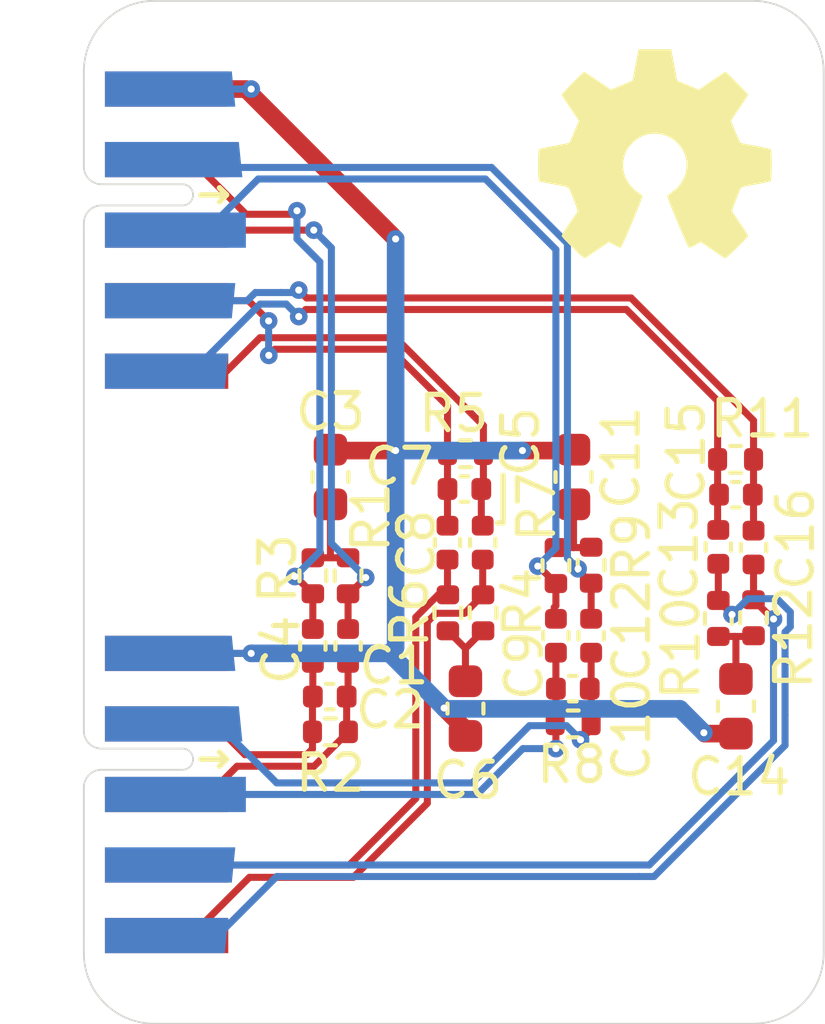
<source format=kicad_pcb>
(kicad_pcb (version 20211014) (generator pcbnew)
  (layers (0 "F.Cu" signal) (31 "B.Cu" signal) (34 "B.Paste" user) (35 "F.Paste" user) (36 "B.SilkS" user "B.Silkscreen") (37 "F.SilkS" user "F.Silkscreen") (38 "B.Mask" user) (39 "F.Mask" user) (44 "Edge.Cuts" user))
  (net 0 "")
  (net 1 "/implementation/TXN0")
  (net 2 "/implementation/RXN0")
  (net 3 "/implementation/TXP0")
  (net 4 "Net-(C3-Pad1)")
  (net 5 "/implementation/RXP0")
  (net 6 "/implementation/RXN1")
  (net 7 "/implementation/TXN1")
  (net 8 "Net-(C6-Pad1)")
  (net 9 "/implementation/TXP1")
  (net 10 "/implementation/RXP1")
  (net 11 "/implementation/TXN2")
  (net 12 "/implementation/RXN2")
  (net 13 "/implementation/TXP2")
  (net 14 "Net-(C11-Pad1)")
  (net 15 "/implementation/RXP2")
  (net 16 "/implementation/RXN3")
  (net 17 "/implementation/TXN3")
  (net 18 "Net-(C14-Pad1)")
  (net 19 "/implementation/TXP3")
  (net 20 "/implementation/RXP3")
  (net 21 "/implementation/GND")
  (footprint "Capacitor_SMD:C_0603_1608Metric" (layer "F.Cu") (at 158.51 110 -90)
    (fp_text reference "C14" (at 2 -0.09 180) (layer "F.SilkS"))
    (fp_text value "100nF")
    (fp_line (start -0.14058 -0.51) (end 0.14058 -0.51) (layer "F.SilkS") (width 0.12))
    (fp_line (start -0.14058 0.51) (end 0.14058 0.51) (layer "F.SilkS") (width 0.12))
    (pad "1" smd roundrect (at -0.775 0 270) (size 0.9 0.95) (layers "F.Cu" "F.Paste" "F.Mask") (net 18 "Net-(C14-Pad1)"))
    (pad "2" smd roundrect (at 0.775 0 270) (size 0.9 0.95) (layers "F.Cu" "F.Paste" "F.Mask") (net 21 "/implementation/GND"))
  )
  (footprint "Capacitor_SMD:C_0402_1005Metric" (layer "F.Cu") (at 151.322282 105.36 90)
    (fp_text reference "C5" (at 2.86 1.077718 90) (layer "F.SilkS"))
    (fp_text value "56nF")
    (fp_line (start -0.107836 0.36) (end 0.107836 0.36) (layer "F.SilkS") (width 0.12))
    (fp_line (start -0.107836 -0.36) (end 0.107836 -0.36) (layer "F.SilkS") (width 0.12))
    (pad "1" smd roundrect (at -0.48 0 90) (size 0.56 0.62) (layers "F.Cu" "F.Paste" "F.Mask") (net 6 "/implementation/RXN1"))
    (pad "2" smd roundrect (at 0.48 0 90) (size 0.56 0.62) (layers "F.Cu" "F.Paste" "F.Mask") (net 7 "/implementation/TXN1"))
  )
  (footprint "Resistor_SMD:R_0402_1005Metric" (layer "F.Cu") (at 150.832282 102.84 180)
    (fp_text reference "R5" (at 0.332282 1.14) (layer "F.SilkS"))
    (fp_text value "100R")
    (fp_line (start -0.153641 -0.38) (end 0.153641 -0.38) (layer "F.SilkS") (width 0.12))
    (fp_line (start -0.153641 0.38) (end 0.153641 0.38) (layer "F.SilkS") (width 0.12))
    (pad "1" smd roundrect (at -0.51 0 180) (size 0.54 0.64) (layers "F.Cu" "F.Paste" "F.Mask") (net 7 "/implementation/TXN1"))
    (pad "2" smd roundrect (at 0.51 0 180) (size 0.54 0.64) (layers "F.Cu" "F.Paste" "F.Mask") (net 9 "/implementation/TXP1"))
  )
  (footprint "Resistor_SMD:R_0402_1005Metric" (layer "F.Cu") (at 153.4 106.01 90)
    (fp_text reference "R7" (at 1.66 -0.55 90) (layer "F.SilkS"))
    (fp_text value "49.9R")
    (fp_line (start -0.153641 0.38) (end 0.153641 0.38) (layer "F.SilkS") (width 0.12))
    (fp_line (start -0.153641 -0.38) (end 0.153641 -0.38) (layer "F.SilkS") (width 0.12))
    (pad "1" smd roundrect (at -0.51 0 90) (size 0.54 0.64) (layers "F.Cu" "F.Paste" "F.Mask") (net 12 "/implementation/RXN2"))
    (pad "2" smd roundrect (at 0.51 0 90) (size 0.54 0.64) (layers "F.Cu" "F.Paste" "F.Mask") (net 14 "Net-(C11-Pad1)"))
  )
  (footprint "Symbol:OSHW-Symbol_6.7x6mm_SilkScreen" (layer "F.Cu") (at 156.2 94.35)
    (fp_text reference "LOGO1" hide)
    (fp_text value "Logo_Open_Hardware_Small" hide)
    (fp_poly (pts (xy 0.555814 -2.531069) (xy 0.639635 -2.086445) (xy 0.94892 -1.958947) (xy 1.258206 -1.831449) (xy 1.629246 -2.083754) (xy 1.733157 -2.154004) (xy 1.827087 -2.216728) (xy 1.906652 -2.269062) (xy 1.96747 -2.308143) (xy 2.005157 -2.331107) (xy 2.015421 -2.336058) (xy 2.03391 -2.323324) (xy 2.07342 -2.288118) (xy 2.129522 -2.234938) (xy 2.197787 -2.168282) (xy 2.273786 -2.092646) (xy 2.353092 -2.012528) (xy 2.431275 -1.932426) (xy 2.503907 -1.856836) (xy 2.566559 -1.790255) (xy 2.614803 -1.737182) (xy 2.64421 -1.702113) (xy 2.651241 -1.690377) (xy 2.641123 -1.66874) (xy 2.612759 -1.621338) (xy 2.569129 -1.552807) (xy 2.513218 -1.467785) (xy 2.448006 -1.370907) (xy 2.410219 -1.31565) (xy 2.341343 -1.214752) (xy 2.28014 -1.123701) (xy 2.229578 -1.04703) (xy 2.192628 -0.989272) (xy 2.172258 -0.954957) (xy 2.169197 -0.947746) (xy 2.176136 -0.927252) (xy 2.195051 -0.879487) (xy 2.223087 -0.811168) (xy 2.257391 -0.729011) (xy 2.295109 -0.63973) (xy 2.333387 -0.550042) (xy 2.36937 -0.466662) (xy 2.400206 -0.396306) (xy 2.423039 -0.34569) (xy 2.435017 -0.321529) (xy 2.435724 -0.320578) (xy 2.454531 -0.315964) (xy 2.504618 -0.305672) (xy 2.580793 -0.290713) (xy 2.677865 -0.272099) (xy 2.790643 -0.250841) (xy 2.856442 -0.238582) (xy 2.97695 -0.215638) (xy 3.085797 -0.193805) (xy 3.177476 -0.174278) (xy 3.246481 -0.158252) (xy 3.287304 -0.146921) (xy 3.295511 -0.143326) (xy 3.303548 -0.118994) (xy 3.310033 -0.064041) (xy 3.31497 0.015108) (xy 3.318364 0.112026) (xy 3.320218 0.220287) (xy 3.320538 0.333465) (xy 3.319327 0.445135) (xy 3.31659 0.548868) (xy 3.312331 0.638241) (xy 3.306555 0.706826) (xy 3.299267 0.748197) (xy 3.294895 0.75681) (xy 3.268764 0.767133) (xy 3.213393 0.781892) (xy 3.136107 0.799352) (xy 3.04423 0.81778) (xy 3.012158 0.823741) (xy 2.857524 0.852066) (xy 2.735375 0.874876) (xy 2.641673 0.89308) (xy 2.572384 0.907583) (xy 2.523471 0.919292) (xy 2.490897 0.929115) (xy 2.470628 0.937956) (xy 2.458626 0.946724) (xy 2.456947 0.948457) (xy 2.440184 0.976371) (xy 2.414614 1.030695) (xy 2.382788 1.104777) (xy 2.34726 1.191965) (xy 2.310583 1.285608) (xy 2.275311 1.379052) (xy 2.243996 1.465647) (xy 2.219193 1.53874) (xy 2.203454 1.591678) (xy 2.199332 1.617811) (xy 2.199676 1.618726) (xy 2.213641 1.640086) (xy 2.245322 1.687084) (xy 2.291391 1.754827) (xy 2.348518 1.838423) (xy 2.413373 1.932982) (xy 2.431843 1.959854) (xy 2.497699 2.057275) (xy 2.55565 2.146163) (xy 2.602538 2.221412) (xy 2.635207 2.27792) (xy 2.6505 2.310581) (xy 2.651241 2.314593) (xy 2.638392 2.335684) (xy 2.602888 2.377464) (xy 2.549293 2.435445) (xy 2.482171 2.505135) (xy 2.406087 2.582045) (xy 2.325604 2.661683) (xy 2.245287 2.739561) (xy 2.169699 2.811186) (xy 2.103405 2.87207) (xy 2.050969 2.917721) (xy 2.016955 2.94365) (xy 2.007545 2.947883) (xy 1.985643 2.937912) (xy 1.9408 2.91102) (xy 1.880321 2.871736) (xy 1.833789 2.840117) (xy 1.749475 2.782098) (xy 1.649626 2.713784) (xy 1.549473 2.645579) (xy 1.495627 2.609075) (xy 1.313371 2.4858) (xy 1.160381 2.56852) (xy 1.090682 2.604759) (xy 1.031414 2.632926) (xy 0.991311 2.648991) (xy 0.981103 2.651226) (xy 0.968829 2.634722) (xy 0.944613 2.588082) (xy 0.910263 2.515609) (xy 0.867588 2.421606) (xy 0.818394 2.310374) (xy 0.76449 2.186215) (xy 0.707684 2.053432) (xy 0.649782 1.916327) (xy 0.592593 1.779202) (xy 0.537924 1.646358) (xy 0.487584 1.522098) (xy 0.44338 1.410725) (xy 0.407119 1.316539) (xy 0.380609 1.243844) (xy 0.365658 1.196941) (xy 0.363254 1.180833) (xy 0.382311 1.160286) (xy 0.424036 1.126933) (xy 0.479706 1.087702) (xy 0.484378 1.084599) (xy 0.628264 0.969423) (xy 0.744283 0.835053) (xy 0.83143 0.685784) (xy 0.888699 0.525913) (xy 0.915086 0.359737) (xy 0.909585 0.191552) (xy 0.87119 0.025655) (xy 0.798895 -0.133658) (xy 0.777626 -0.168513) (xy 0.666996 -0.309263) (xy 0.536302 -0.422286) (xy 0.390064 -0.506997) (xy 0.232808 -0.562806) (xy 0.069057 -0.589126) (xy -0.096667 -0.58537) (xy -0.259838 -0.55095) (xy -0.415935 -0.485277) (xy -0.560433 -0.387765) (xy -0.605131 -0.348187) (xy -0.718888 -0.224297) (xy -0.801782 -0.093876) (xy -0.858644 0.052315) (xy -0.890313 0.197088) (xy -0.898131 0.35986) (xy -0.872062 0.52344) (xy -0.814755 0.682298) (xy -0.728856 0.830906) (xy -0.617014 0.963735) (xy -0.481877 1.075256) (xy -0.464117 1.087011) (xy -0.40785 1.125508) (xy -0.365077 1.158863) (xy -0.344628 1.18016) (xy -0.344331 1.180833) (xy -0.348721 1.203871) (xy -0.366124 1.256157) (xy -0.394732 1.33339) (xy -0.432735 1.431268) (xy -0.478326 1.545491) (xy -0.529697 1.671758) (xy -0.585038 1.805767) (xy -0.642542 1.943218) (xy -0.700399 2.079808) (xy -0.756802 2.211237) (xy -0.809942 2.333205) (xy -0.85801 2.441409) (xy -0.899199 2.531549) (xy -0.931699 2.599323) (xy -0.953703 2.64043) (xy -0.962564 2.651226) (xy -0.98964 2.642819) (xy -1.040303 2.620272) (xy -1.105817 2.587613) (xy -1.141841 2.56852) (xy -1.294832 2.4858) (xy -1.477088 2.609075) (xy -1.570125 2.672228) (xy -1.671985 2.741727) (xy -1.767438 2.807165) (xy -1.81525 2.840117) (xy -1.882495 2.885273) (xy -1.939436 2.921057) (xy -1.978646 2.942938) (xy -1.991381 2.947563) (xy -2.009917 2.935085) (xy -2.050941 2.900252) (xy -2.110475 2.846678) (xy -2.184542 2.777983) (xy -2.269165 2.697781) (xy -2.322685 2.646286) (xy -2.416319 2.554286) (xy -2.497241 2.471999) (xy -2.562177 2.402945) (xy -2.607858 2.350644) (xy -2.631011 2.318616) (xy -2.633232 2.312116) (xy -2.622924 2.287394) (xy -2.594439 2.237405) (xy -2.550937 2.167212) (xy -2.495577 2.081875) (xy -2.43152 1.986456) (xy -2.413303 1.959854) (xy -2.346927 1.863167) (xy -2.287378 1.776117) (xy -2.237984 1.703595) (xy -2.202075 1.650493) (xy -2.182981 1.621703) (xy -2.181136 1.618726) (xy -2.183895 1.595782) (xy -2.198538 1.545336) (xy -2.222513 1.474041) (xy -2.253266 1.388547) (xy -2.288244 1.295507) (xy -2.324893 1.201574) (xy -2.360661 1.113399) (xy -2.392994 1.037634) (xy -2.419338 0.980931) (xy -2.437142 0.949943) (xy -2.438407 0.948457) (xy -2.449294 0.939601) (xy -2.467682 0.930843) (xy -2.497606 0.921277) (xy -2.543103 0.909996) (xy -2.608209 0.896093) (xy -2.696961 0.878663) (xy -2.813393 0.856798) (xy -2.961542 0.829591) (xy -2.993618 0.823741) (xy -3.088686 0.805374) (xy -3.171565 0.787405) (xy -3.23493 0.771569) (xy -3.271458 0.7596) (xy -3.276356 0.75681) (xy -3.284427 0.732072) (xy -3.290987 0.67679) (xy -3.296033 0.597389) (xy -3.299559 0.500296) (xy -3.301561 0.391938) (xy -3.302036 0.27874) (xy -3.300977 0.167128) (xy -3.298382 0.063529) (xy -3.294246 -0.025632) (xy -3.288563 -0.093928) (xy -3.281331 -0.134934) (xy -3.276971 -0.143326) (xy -3.252698 -0.151792) (xy -3.197426 -0.165565) (xy -3.116662 -0.18345) (xy -3.015912 -0.204252) (xy -2.900683 -0.226777) (xy -2.837902 -0.238582) (xy -2.718787 -0.260849) (xy -2.612565 -0.281021) (xy -2.524427 -0.298085) (xy -2.459566 -0.311031) (xy -2.423174 -0.318845) (xy -2.417184 -0.320578) (xy -2.407061 -0.34011) (xy -2.385662 -0.387157) (xy -2.355839 -0.454997) (xy -2.320445 -0.536909) (xy -2.282332 -0.626172) (xy -2.244353 -0.716065) (xy -2.20936 -0.799865) (xy -2.180206 -0.870853) (xy -2.159743 -0.922306) (xy -2.150823 -0.947503) (xy -2.150657 -0.948604) (xy -2.160769 -0.968481) (xy -2.189117 -1.014223) (xy -2.232723 -1.081283) (xy -2.288606 -1.165116) (xy -2.353787 -1.261174) (xy -2.391679 -1.31635) (xy -2.460725 -1.417519) (xy -2.52205 -1.50937) (xy -2.572663 -1.587256) (xy -2.609571 -1.646531) (xy -2.629782 -1.682549) (xy -2.632701 -1.690623) (xy -2.620153 -1.709416) (xy -2.585463 -1.749543) (xy -2.533063 -1.806507) (xy -2.467384 -1.875815) (xy -2.392856 -1.952969) (xy -2.313913 -2.033475) (xy -2.234983 -2.112837) (xy -2.1605 -2.18656) (xy -2.094894 -2.250148) (xy -2.042596 -2.299106) (xy -2.008039 -2.328939) (xy -1.996478 -2.336058) (xy -1.977654 -2.326047) (xy -1.932631 -2.297922) (xy -1.865787 -2.254546) (xy -1.781499 -2.198782) (xy -1.684144 -2.133494) (xy -1.610707 -2.083754) (xy -1.239667 -1.831449) (xy -0.621095 -2.086445) (xy -0.537275 -2.531069) (xy -0.453454 -2.975693) (xy 0.471994 -2.975693) (xy 0.555814 -2.531069)) (layer "F.SilkS") (width 0.01) (fill solid))
  )
  (footprint "Capacitor_SMD:C_0402_1005Metric" (layer "F.Cu") (at 150.322282 105.36 90)
    (fp_text reference "C8" (at -0.04 -0.872282 90) (layer "F.SilkS"))
    (fp_text value "56nF")
    (fp_line (start -0.107836 0.36) (end 0.107836 0.36) (layer "F.SilkS") (width 0.12))
    (fp_line (start -0.107836 -0.36) (end 0.107836 -0.36) (layer "F.SilkS") (width 0.12))
    (pad "1" smd roundrect (at -0.48 0 90) (size 0.56 0.62) (layers "F.Cu" "F.Paste" "F.Mask") (net 10 "/implementation/RXP1"))
    (pad "2" smd roundrect (at 0.48 0 90) (size 0.56 0.62) (layers "F.Cu" "F.Paste" "F.Mask") (net 9 "/implementation/TXP1"))
  )
  (footprint "Capacitor_SMD:C_0402_1005Metric" (layer "F.Cu") (at 153.88 109.5 180)
    (fp_text reference "C10" (at -1.67 -1.15 90) (layer "F.SilkS"))
    (fp_text value "22pF")
    (fp_line (start -0.107836 -0.36) (end 0.107836 -0.36) (layer "F.SilkS") (width 0.12))
    (fp_line (start -0.107836 0.36) (end 0.107836 0.36) (layer "F.SilkS") (width 0.12))
    (pad "1" smd roundrect (at -0.48 0 180) (size 0.56 0.62) (layers "F.Cu" "F.Paste" "F.Mask") (net 13 "/implementation/TXP2"))
    (pad "2" smd roundrect (at 0.48 0 180) (size 0.56 0.62) (layers "F.Cu" "F.Paste" "F.Mask") (net 11 "/implementation/TXN2"))
  )
  (footprint "Capacitor_SMD:C_0402_1005Metric" (layer "F.Cu") (at 158.01 105.48 90)
    (fp_text reference "C13" (at -0.07 -1.11 90) (layer "F.SilkS"))
    (fp_text value "56nF")
    (fp_line (start -0.107836 -0.36) (end 0.107836 -0.36) (layer "F.SilkS") (width 0.12))
    (fp_line (start -0.107836 0.36) (end 0.107836 0.36) (layer "F.SilkS") (width 0.12))
    (pad "1" smd roundrect (at -0.48 0 90) (size 0.56 0.62) (layers "F.Cu" "F.Paste" "F.Mask") (net 16 "/implementation/RXN3"))
    (pad "2" smd roundrect (at 0.48 0 90) (size 0.56 0.62) (layers "F.Cu" "F.Paste" "F.Mask") (net 17 "/implementation/TXN3"))
  )
  (footprint "Resistor_SMD:R_0402_1005Metric" (layer "F.Cu") (at 150.332282 107.35 -90)
    (fp_text reference "R6" (at 0 1.082282 90) (layer "F.SilkS"))
    (fp_text value "49.9R")
    (fp_line (start -0.153641 -0.38) (end 0.153641 -0.38) (layer "F.SilkS") (width 0.12))
    (fp_line (start -0.153641 0.38) (end 0.153641 0.38) (layer "F.SilkS") (width 0.12))
    (pad "1" smd roundrect (at -0.51 0 270) (size 0.54 0.64) (layers "F.Cu" "F.Paste" "F.Mask") (net 10 "/implementation/RXP1"))
    (pad "2" smd roundrect (at 0.51 0 270) (size 0.54 0.64) (layers "F.Cu" "F.Paste" "F.Mask") (net 8 "Net-(C6-Pad1)"))
  )
  (footprint "Resistor_SMD:R_0402_1005Metric" (layer "F.Cu") (at 158.01 107.51 90)
    (fp_text reference "R10" (at -0.84 -1.06 90) (layer "F.SilkS"))
    (fp_text value "49.9R")
    (fp_line (start -0.153641 -0.38) (end 0.153641 -0.38) (layer "F.SilkS") (width 0.12))
    (fp_line (start -0.153641 0.38) (end 0.153641 0.38) (layer "F.SilkS") (width 0.12))
    (pad "1" smd roundrect (at -0.51 0 90) (size 0.54 0.64) (layers "F.Cu" "F.Paste" "F.Mask") (net 18 "Net-(C14-Pad1)"))
    (pad "2" smd roundrect (at 0.51 0 90) (size 0.54 0.64) (layers "F.Cu" "F.Paste" "F.Mask") (net 16 "/implementation/RXN3"))
  )
  (footprint "Capacitor_SMD:C_0402_1005Metric" (layer "F.Cu") (at 153.4 108 90)
    (fp_text reference "C9" (at -0.85 -0.9 90) (layer "F.SilkS"))
    (fp_text value "56nF")
    (fp_line (start -0.107836 0.36) (end 0.107836 0.36) (layer "F.SilkS") (width 0.12))
    (fp_line (start -0.107836 -0.36) (end 0.107836 -0.36) (layer "F.SilkS") (width 0.12))
    (pad "1" smd roundrect (at -0.48 0 90) (size 0.56 0.62) (layers "F.Cu" "F.Paste" "F.Mask") (net 11 "/implementation/TXN2"))
    (pad "2" smd roundrect (at 0.48 0 90) (size 0.56 0.62) (layers "F.Cu" "F.Paste" "F.Mask") (net 12 "/implementation/RXN2"))
  )
  (footprint "Capacitor_SMD:C_0402_1005Metric" (layer "F.Cu") (at 154.4 108 90)
    (fp_text reference "C12" (at 0.15 1.15 90) (layer "F.SilkS"))
    (fp_text value "56nF")
    (fp_line (start -0.107836 -0.36) (end 0.107836 -0.36) (layer "F.SilkS") (width 0.12))
    (fp_line (start -0.107836 0.36) (end 0.107836 0.36) (layer "F.SilkS") (width 0.12))
    (pad "1" smd roundrect (at -0.48 0 90) (size 0.56 0.62) (layers "F.Cu" "F.Paste" "F.Mask") (net 13 "/implementation/TXP2"))
    (pad "2" smd roundrect (at 0.48 0 90) (size 0.56 0.62) (layers "F.Cu" "F.Paste" "F.Mask") (net 15 "/implementation/RXP2"))
  )
  (footprint "Capacitor_SMD:C_0402_1005Metric" (layer "F.Cu") (at 146.5 108.29 90)
    (fp_text reference "C4" (at -0.11 -0.9 90) (layer "F.SilkS"))
    (fp_text value "56nF")
    (fp_line (start -0.107836 0.36) (end 0.107836 0.36) (layer "F.SilkS") (width 0.12))
    (fp_line (start -0.107836 -0.36) (end 0.107836 -0.36) (layer "F.SilkS") (width 0.12))
    (pad "1" smd roundrect (at -0.48 0 90) (size 0.56 0.62) (layers "F.Cu" "F.Paste" "F.Mask") (net 3 "/implementation/TXP0"))
    (pad "2" smd roundrect (at 0.48 0 90) (size 0.56 0.62) (layers "F.Cu" "F.Paste" "F.Mask") (net 5 "/implementation/RXP0"))
  )
  (footprint "Resistor_SMD:R_0402_1005Metric" (layer "F.Cu") (at 159.01 107.49 -90)
    (fp_text reference "R12" (at 0.56 -1.14 90) (layer "F.SilkS"))
    (fp_text value "49.9R")
    (fp_line (start -0.153641 -0.38) (end 0.153641 -0.38) (layer "F.SilkS") (width 0.12))
    (fp_line (start -0.153641 0.38) (end 0.153641 0.38) (layer "F.SilkS") (width 0.12))
    (pad "1" smd roundrect (at -0.51 0 270) (size 0.54 0.64) (layers "F.Cu" "F.Paste" "F.Mask") (net 20 "/implementation/RXP3"))
    (pad "2" smd roundrect (at 0.51 0 270) (size 0.54 0.64) (layers "F.Cu" "F.Paste" "F.Mask") (net 18 "Net-(C14-Pad1)"))
  )
  (footprint "Capacitor_SMD:C_0603_1608Metric" (layer "F.Cu") (at 153.9 103.5 90)
    (fp_text reference "C11" (at 0.55 1.35 90) (layer "F.SilkS"))
    (fp_text value "100nF")
    (fp_line (start -0.14058 0.51) (end 0.14058 0.51) (layer "F.SilkS") (width 0.12))
    (fp_line (start -0.14058 -0.51) (end 0.14058 -0.51) (layer "F.SilkS") (width 0.12))
    (pad "1" smd roundrect (at -0.775 0 90) (size 0.9 0.95) (layers "F.Cu" "F.Paste" "F.Mask") (net 14 "Net-(C11-Pad1)"))
    (pad "2" smd roundrect (at 0.775 0 90) (size 0.9 0.95) (layers "F.Cu" "F.Paste" "F.Mask") (net 21 "/implementation/GND"))
  )
  (footprint "Resistor_SMD:R_0402_1005Metric" (layer "F.Cu") (at 146.5 106.3 90)
    (fp_text reference "R3" (at 0.2 -1 90) (layer "F.SilkS"))
    (fp_text value "49.9R")
    (fp_line (start -0.153641 0.38) (end 0.153641 0.38) (layer "F.SilkS") (width 0.12))
    (fp_line (start -0.153641 -0.38) (end 0.153641 -0.38) (layer "F.SilkS") (width 0.12))
    (pad "1" smd roundrect (at -0.51 0 90) (size 0.54 0.64) (layers "F.Cu" "F.Paste" "F.Mask") (net 5 "/implementation/RXP0"))
    (pad "2" smd roundrect (at 0.51 0 90) (size 0.54 0.64) (layers "F.Cu" "F.Paste" "F.Mask") (net 4 "Net-(C3-Pad1)"))
  )
  (footprint "Capacitor_SMD:C_0402_1005Metric" (layer "F.Cu") (at 159.01 105.5 90)
    (fp_text reference "C16" (at 0.25 1.19 90) (layer "F.SilkS"))
    (fp_text value "56nF")
    (fp_line (start -0.107836 -0.36) (end 0.107836 -0.36) (layer "F.SilkS") (width 0.12))
    (fp_line (start -0.107836 0.36) (end 0.107836 0.36) (layer "F.SilkS") (width 0.12))
    (pad "1" smd roundrect (at -0.48 0 90) (size 0.56 0.62) (layers "F.Cu" "F.Paste" "F.Mask") (net 20 "/implementation/RXP3"))
    (pad "2" smd roundrect (at 0.48 0 90) (size 0.56 0.62) (layers "F.Cu" "F.Paste" "F.Mask") (net 19 "/implementation/TXP3"))
  )
  (footprint "Capacitor_SMD:C_0603_1608Metric" (layer "F.Cu") (at 150.832282 110.065 -90)
    (fp_text reference "C6" (at 2.035 -0.067718 180) (layer "F.SilkS"))
    (fp_text value "100nF")
    (fp_line (start -0.14058 0.51) (end 0.14058 0.51) (layer "F.SilkS") (width 0.12))
    (fp_line (start -0.14058 -0.51) (end 0.14058 -0.51) (layer "F.SilkS") (width 0.12))
    (pad "1" smd roundrect (at -0.775 0 270) (size 0.9 0.95) (layers "F.Cu" "F.Paste" "F.Mask") (net 8 "Net-(C6-Pad1)"))
    (pad "2" smd roundrect (at 0.775 0 270) (size 0.9 0.95) (layers "F.Cu" "F.Paste" "F.Mask") (net 21 "/implementation/GND"))
  )
  (footprint "on_edge:on_edge_2x05_device" (layer "F.Cu") (at 140 96.5 -90)
    (fp_text reference "J2")
    (fp_text value "009_Ethernet_Cable_side")
    (fp_line (start -1.2 -3.85) (end -1 -4.05) (layer "F.SilkS") (width 0.153))
    (fp_line (start -1 -4.05) (end -1 -3.323) (layer "F.SilkS") (width 0.153))
    (fp_line (start -1 -4.05) (end -0.8 -3.85) (layer "F.SilkS") (width 0.153))
    (fp_line (start -0.7 -0.5) (end -0.7 -2.8) (layer "Edge.Cuts") (width 0.05))
    (fp_line (start -1.3 -2.8) (end -1.3 -0.5) (layer "Edge.Cuts") (width 0.05))
    (fp_line (start -4 0) (end -1.8 0) (layer "Edge.Cuts") (width 0.05))
    (fp_line (start -0.2 0) (end 4 0) (layer "Edge.Cuts") (width 0.05))
    (fp_arc (start -0.2 0) (mid -0.553553 -0.146447) (end -0.7 -0.5) (layer "Edge.Cuts") (width 0.05))
    (fp_arc (start -1.3 -0.5) (mid -1.446447 -0.146447) (end -1.8 0) (layer "Edge.Cuts") (width 0.05))
    (fp_arc (start -1.3 -2.8) (mid -1 -3.1) (end -0.7 -2.8) (layer "Edge.Cuts") (width 0.05))
    (pad "1" smd rect (at -4 -2.35 90) (size 1 3.5) (layers "F.Cu" "F.Mask") (net 21 "/implementation/GND"))
    (pad "2" smd rect (at -2 -2.35 270) (size 1 3.5) (layers "F.Cu" "F.Mask") (net 5 "/implementation/RXP0"))
    (pad "3" smd rect (at 0 -2.35 270) (size 1 3.5) (layers "F.Cu" "F.Mask") (net 2 "/implementation/RXN0"))
    (pad "4" smd rect (at 2 -2.35 90) (size 1 3.5) (layers "F.Cu" "F.Mask") (net 9 "/implementation/TXP1"))
    (pad "5" smd rect (at 4 -2.35 90) (size 1 3.5) (layers "F.Cu" "F.Mask") (net 7 "/implementation/TXN1"))
    (pad "6" smd custom (at -4 -2.4 270) (size 1 3.6) (layers "B.Cu" "B.Mask") (net 21 "/implementation/GND") (options (clearance outline) (anchor rect)) (primitives (gr_poly (pts (xy 0.5 -1.8) (xy 0.5 -1.9) (xy -0.5 -1.8)) (width 0) (fill yes))))
    (pad "7" smd custom (at -2 -2.1 270) (size 1 3) (layers "B.Cu" "B.Mask") (net 15 "/implementation/RXP2") (options (clearance outline) (anchor rect)) (primitives (gr_poly (pts (xy 0.3 -0.51) (xy 0.31 -0.62) (xy 0.33 -0.7) (xy 0.35 -0.76) (xy 0.37 -0.81) (xy 0.4 -0.86) (xy 0.44 -0.92) (xy 0.48 -0.97) (xy 0.5 -0.99) (xy 0.5 -2.4) (xy -0.5 -2.3) (xy -0.5 1.5) (xy 0.3 1.5)) (width 0) (fill yes))))
    (pad "8" smd rect (at 0 -2.6 270) (size 1 4) (layers "B.Cu" "B.Mask") (net 12 "/implementation/RXN2"))
    (pad "9" smd custom (at 2 -2.4 270) (size 1 3.6) (layers "B.Cu" "B.Mask") (net 19 "/implementation/TXP3") (options (clearance outline) (anchor rect)) (primitives (gr_poly (pts (xy -0.5 -1.8) (xy -0.5 -1.9) (xy 0.5 -1.8)) (width 0) (fill yes))))
    (pad "10" smd custom (at 4 -2.3 270) (size 1 3.4) (layers "B.Cu" "B.Mask") (net 17 "/implementation/TXN3") (options (clearance outline) (anchor rect)) (primitives (gr_poly (pts (xy -0.5 -1.7) (xy -0.5 -1.8) (xy 0.5 -1.7)) (width 0) (fill yes))))
  )
  (footprint "Capacitor_SMD:C_0603_1608Metric" (layer "F.Cu") (at 147 103.5 90)
    (fp_text reference "C3" (at 1.85 0 180) (layer "F.SilkS"))
    (fp_text value "100nF")
    (fp_line (start -0.14058 -0.51) (end 0.14058 -0.51) (layer "F.SilkS") (width 0.12))
    (fp_line (start -0.14058 0.51) (end 0.14058 0.51) (layer "F.SilkS") (width 0.12))
    (pad "1" smd roundrect (at -0.775 0 90) (size 0.9 0.95) (layers "F.Cu" "F.Paste" "F.Mask") (net 4 "Net-(C3-Pad1)"))
    (pad "2" smd roundrect (at 0.775 0 90) (size 0.9 0.95) (layers "F.Cu" "F.Paste" "F.Mask") (net 21 "/implementation/GND"))
  )
  (footprint "Resistor_SMD:R_0402_1005Metric" (layer "F.Cu") (at 153.89 110.5)
    (fp_text reference "R8" (at -0.04 1.15) (layer "F.SilkS"))
    (fp_text value "100R")
    (fp_line (start -0.153641 -0.38) (end 0.153641 -0.38) (layer "F.SilkS") (width 0.12))
    (fp_line (start -0.153641 0.38) (end 0.153641 0.38) (layer "F.SilkS") (width 0.12))
    (pad "1" smd roundrect (at -0.51 0) (size 0.54 0.64) (layers "F.Cu" "F.Paste" "F.Mask") (net 11 "/implementation/TXN2"))
    (pad "2" smd roundrect (at 0.51 0) (size 0.54 0.64) (layers "F.Cu" "F.Paste" "F.Mask") (net 13 "/implementation/TXP2"))
  )
  (footprint "Resistor_SMD:R_0402_1005Metric" (layer "F.Cu") (at 154.4 106 90)
    (fp_text reference "R9" (at 0.5 1.15 90) (layer "F.SilkS"))
    (fp_text value "49.9R")
    (fp_line (start -0.153641 0.38) (end 0.153641 0.38) (layer "F.SilkS") (width 0.12))
    (fp_line (start -0.153641 -0.38) (end 0.153641 -0.38) (layer "F.SilkS") (width 0.12))
    (pad "1" smd roundrect (at -0.51 0 90) (size 0.54 0.64) (layers "F.Cu" "F.Paste" "F.Mask") (net 15 "/implementation/RXP2"))
    (pad "2" smd roundrect (at 0.51 0 90) (size 0.54 0.64) (layers "F.Cu" "F.Paste" "F.Mask") (net 14 "Net-(C11-Pad1)"))
  )
  (footprint "Capacitor_SMD:C_0402_1005Metric" (layer "F.Cu") (at 158.51 104 180)
    (fp_text reference "C15" (at 1.41 1.2 90) (layer "F.SilkS"))
    (fp_text value "22pF")
    (fp_line (start -0.107836 0.36) (end 0.107836 0.36) (layer "F.SilkS") (width 0.12))
    (fp_line (start -0.107836 -0.36) (end 0.107836 -0.36) (layer "F.SilkS") (width 0.12))
    (pad "1" smd roundrect (at -0.48 0 180) (size 0.56 0.62) (layers "F.Cu" "F.Paste" "F.Mask") (net 19 "/implementation/TXP3"))
    (pad "2" smd roundrect (at 0.48 0 180) (size 0.56 0.62) (layers "F.Cu" "F.Paste" "F.Mask") (net 17 "/implementation/TXN3"))
  )
  (footprint "Resistor_SMD:R_0402_1005Metric" (layer "F.Cu") (at 147 110.725 180)
    (fp_text reference "R2" (at 0 -1.17) (layer "F.SilkS"))
    (fp_text value "100R")
    (fp_line (start -0.153641 -0.38) (end 0.153641 -0.38) (layer "F.SilkS") (width 0.12))
    (fp_line (start -0.153641 0.38) (end 0.153641 0.38) (layer "F.SilkS") (width 0.12))
    (pad "1" smd roundrect (at -0.51 0 180) (size 0.54 0.64) (layers "F.Cu" "F.Paste" "F.Mask") (net 1 "/implementation/TXN0"))
    (pad "2" smd roundrect (at 0.51 0 180) (size 0.54 0.64) (layers "F.Cu" "F.Paste" "F.Mask") (net 3 "/implementation/TXP0"))
  )
  (footprint "Capacitor_SMD:C_0402_1005Metric" (layer "F.Cu") (at 146.98 109.725)
    (fp_text reference "C2" (at 1.72 0.375) (layer "F.SilkS"))
    (fp_text value "22pF")
    (fp_line (start -0.107836 -0.36) (end 0.107836 -0.36) (layer "F.SilkS") (width 0.12))
    (fp_line (start -0.107836 0.36) (end 0.107836 0.36) (layer "F.SilkS") (width 0.12))
    (pad "1" smd roundrect (at -0.48 0) (size 0.56 0.62) (layers "F.Cu" "F.Paste" "F.Mask") (net 3 "/implementation/TXP0"))
    (pad "2" smd roundrect (at 0.48 0) (size 0.56 0.62) (layers "F.Cu" "F.Paste" "F.Mask") (net 1 "/implementation/TXN0"))
  )
  (footprint "on_edge:on_edge_2x05_device" (layer "F.Cu") (at 140 112.5 -90)
    (fp_text reference "J1")
    (fp_text value "009_Ethernet_Cable_side")
    (fp_line (start -1 -4.05) (end -0.8 -3.85) (layer "F.SilkS") (width 0.153))
    (fp_line (start -1.2 -3.85) (end -1 -4.05) (layer "F.SilkS") (width 0.153))
    (fp_line (start -1 -4.05) (end -1 -3.323) (layer "F.SilkS") (width 0.153))
    (fp_line (start -0.2 0) (end 4 0) (layer "Edge.Cuts") (width 0.05))
    (fp_line (start -0.7 -0.5) (end -0.7 -2.8) (layer "Edge.Cuts") (width 0.05))
    (fp_line (start -1.3 -2.8) (end -1.3 -0.5) (layer "Edge.Cuts") (width 0.05))
    (fp_line (start -4 0) (end -1.8 0) (layer "Edge.Cuts") (width 0.05))
    (fp_arc (start -0.2 0) (mid -0.553553 -0.146447) (end -0.7 -0.5) (layer "Edge.Cuts") (width 0.05))
    (fp_arc (start -1.3 -2.8) (mid -1 -3.1) (end -0.7 -2.8) (layer "Edge.Cuts") (width 0.05))
    (fp_arc (start -1.3 -0.5) (mid -1.446447 -0.146447) (end -1.8 0) (layer "Edge.Cuts") (width 0.05))
    (pad "1" smd rect (at -4 -2.35 90) (size 1 3.5) (layers "F.Cu" "F.Mask") (net 21 "/implementation/GND"))
    (pad "2" smd rect (at -2 -2.35 270) (size 1 3.5) (layers "F.Cu" "F.Mask") (net 3 "/implementation/TXP0"))
    (pad "3" smd rect (at 0 -2.35 270) (size 1 3.5) (layers "F.Cu" "F.Mask") (net 1 "/implementation/TXN0"))
    (pad "4" smd rect (at 2 -2.35 90) (size 1 3.5) (layers "F.Cu" "F.Mask") (net 10 "/implementation/RXP1"))
    (pad "5" smd rect (at 4 -2.35 90) (size 1 3.5) (layers "F.Cu" "F.Mask") (net 6 "/implementation/RXN1"))
    (pad "6" smd custom (at -4 -2.4 270) (size 1 3.6) (layers "B.Cu" "B.Mask") (net 21 "/implementation/GND") (options (clearance outline) (anchor rect)) (primitives (gr_poly (pts (xy 0.5 -1.8) (xy 0.5 -1.9) (xy -0.5 -1.8)) (width 0) (fill yes))))
    (pad "7" smd custom (at -2 -2.1 270) (size 1 3) (layers "B.Cu" "B.Mask") (net 13 "/implementation/TXP2") (options (clearance outline) (anchor rect)) (primitives (gr_poly (pts (xy 0.3 -0.51) (xy 0.31 -0.62) (xy 0.33 -0.7) (xy 0.35 -0.76) (xy 0.37 -0.81) (xy 0.4 -0.86) (xy 0.44 -0.92) (xy 0.48 -0.97) (xy 0.5 -0.99) (xy 0.5 -2.4) (xy -0.5 -2.3) (xy -0.5 1.5) (xy 0.3 1.5)) (width 0) (fill yes))))
    (pad "8" smd rect (at 0 -2.6 270) (size 1 4) (layers "B.Cu" "B.Mask") (net 11 "/implementation/TXN2"))
    (pad "9" smd custom (at 2 -2.4 270) (size 1 3.6) (layers "B.Cu" "B.Mask") (net 20 "/implementation/RXP3") (options (clearance outline) (anchor rect)) (primitives (gr_poly (pts (xy -0.5 -1.8) (xy -0.5 -1.9) (xy 0.5 -1.8)) (width 0) (fill yes))))
    (pad "10" smd custom (at 4 -2.3 270) (size 1 3.4) (layers "B.Cu" "B.Mask") (net 16 "/implementation/RXN3") (options (clearance outline) (anchor rect)) (primitives (gr_poly (pts (xy -0.5 -1.7) (xy -0.5 -1.8) (xy 0.5 -1.7)) (width 0) (fill yes))))
  )
  (footprint "Resistor_SMD:R_0402_1005Metric" (layer "F.Cu") (at 151.332282 107.35 90)
    (fp_text reference "R4" (at 0.3 1.117718 90) (layer "F.SilkS"))
    (fp_text value "49.9R")
    (fp_line (start -0.153641 -0.38) (end 0.153641 -0.38) (layer "F.SilkS") (width 0.12))
    (fp_line (start -0.153641 0.38) (end 0.153641 0.38) (layer "F.SilkS") (width 0.12))
    (pad "1" smd roundrect (at -0.51 0 90) (size 0.54 0.64) (layers "F.Cu" "F.Paste" "F.Mask") (net 8 "Net-(C6-Pad1)"))
    (pad "2" smd roundrect (at 0.51 0 90) (size 0.54 0.64) (layers "F.Cu" "F.Paste" "F.Mask") (net 6 "/implementation/RXN1"))
  )
  (footprint "Resistor_SMD:R_0402_1005Metric" (layer "F.Cu") (at 147.5 106.3 90)
    (fp_text reference "R1" (at 1.65 0.65 90) (layer "F.SilkS"))
    (fp_text value "49.9R")
    (fp_line (start -0.153641 -0.38) (end 0.153641 -0.38) (layer "F.SilkS") (width 0.12))
    (fp_line (start -0.153641 0.38) (end 0.153641 0.38) (layer "F.SilkS") (width 0.12))
    (pad "1" smd roundrect (at -0.51 0 90) (size 0.54 0.64) (layers "F.Cu" "F.Paste" "F.Mask") (net 2 "/implementation/RXN0"))
    (pad "2" smd roundrect (at 0.51 0 90) (size 0.54 0.64) (layers "F.Cu" "F.Paste" "F.Mask") (net 4 "Net-(C3-Pad1)"))
  )
  (footprint "Capacitor_SMD:C_0402_1005Metric" (layer "F.Cu") (at 150.802282 103.84)
    (fp_text reference "C7" (at -1.852282 -0.64) (layer "F.SilkS"))
    (fp_text value "22pF")
    (fp_line (start -0.107836 -0.36) (end 0.107836 -0.36) (layer "F.SilkS") (width 0.12))
    (fp_line (start -0.107836 0.36) (end 0.107836 0.36) (layer "F.SilkS") (width 0.12))
    (pad "1" smd roundrect (at -0.48 0) (size 0.56 0.62) (layers "F.Cu" "F.Paste" "F.Mask") (net 9 "/implementation/TXP1"))
    (pad "2" smd roundrect (at 0.48 0) (size 0.56 0.62) (layers "F.Cu" "F.Paste" "F.Mask") (net 7 "/implementation/TXN1"))
  )
  (footprint "Capacitor_SMD:C_0402_1005Metric" (layer "F.Cu") (at 147.5 108.29 90)
    (fp_text reference "C1" (at -0.56 1.3 180) (layer "F.SilkS"))
    (fp_text value "56nF")
    (fp_line (start -0.107836 0.36) (end 0.107836 0.36) (layer "F.SilkS") (width 0.12))
    (fp_line (start -0.107836 -0.36) (end 0.107836 -0.36) (layer "F.SilkS") (width 0.12))
    (pad "1" smd roundrect (at -0.48 0 90) (size 0.56 0.62) (layers "F.Cu" "F.Paste" "F.Mask") (net 1 "/implementation/TXN0"))
    (pad "2" smd roundrect (at 0.48 0 90) (size 0.56 0.62) (layers "F.Cu" "F.Paste" "F.Mask") (net 2 "/implementation/RXN0"))
  )
  (footprint "Resistor_SMD:R_0402_1005Metric" (layer "F.Cu") (at 158.5 103)
    (fp_text reference "R11" (at 0.75 -1.15) (layer "F.SilkS"))
    (fp_text value "100R")
    (fp_line (start -0.153641 -0.38) (end 0.153641 -0.38) (layer "F.SilkS") (width 0.12))
    (fp_line (start -0.153641 0.38) (end 0.153641 0.38) (layer "F.SilkS") (width 0.12))
    (pad "1" smd roundrect (at -0.51 0) (size 0.54 0.64) (layers "F.Cu" "F.Paste" "F.Mask") (net 17 "/implementation/TXN3"))
    (pad "2" smd roundrect (at 0.51 0) (size 0.54 0.64) (layers "F.Cu" "F.Paste" "F.Mask") (net 19 "/implementation/TXP3"))
  )
  (gr_line (start 151.9 103.45) (end 151.9 104.8) (layer "F.SilkS") (width 0.15))
  (gr_line (start 151.75 104.8) (end 151.9 104.8) (layer "F.SilkS") (width 0.15))
  (gr_line (start 140 117) (end 140 116.5) (layer "Edge.Cuts") (width 0.05))
  (gr_line (start 142 90) (end 159 90) (layer "Edge.Cuts") (width 0.05))
  (gr_arc (start 161 117) (mid 160.414214 118.414214) (end 159 119) (layer "Edge.Cuts") (width 0.05))
  (gr_line (start 159 119) (end 142 119) (layer "Edge.Cuts") (width 0.05))
  (gr_arc (start 159 90) (mid 160.414214 90.585786) (end 161 92) (layer "Edge.Cuts") (width 0.05))
  (gr_line (start 140 92.5) (end 140 92) (layer "Edge.Cuts") (width 0.05))
  (gr_arc (start 142 119) (mid 140.585786 118.414214) (end 140 117) (layer "Edge.Cuts") (width 0.05))
  (gr_arc (start 140 92) (mid 140.585786 90.585786) (end 142 90) (layer "Edge.Cuts") (width 0.05))
  (gr_line (start 140 108.5) (end 140 100.5) (layer "Edge.Cuts") (width 0.05))
  (gr_line (start 161 117) (end 161 92) (layer "Edge.Cuts") (width 0.05))
  (segment (start 147.46 109.725) (end 147.46 110.675) (width 0.2) (layer "F.Cu") (net 1))
  (segment (start 147.5 108.77) (end 147.5 109.685) (width 0.2) (layer "F.Cu") (net 1))
  (segment (start 146.535 111.7) (end 147.51 110.725) (width 0.2) (layer "F.Cu") (net 1))
  (segment (start 147.46 110.675) (end 147.51 110.725) (width 0.2) (layer "F.Cu") (net 1))
  (segment (start 147.5 109.685) (end 147.46 109.725) (width 0.2) (layer "F.Cu") (net 1))
  (segment (start 144.35 111.7) (end 146.535 111.7) (width 0.2) (layer "F.Cu") (net 1))
  (segment (start 142.35 112.5) (end 143.55 112.5) (width 0.2) (layer "F.Cu") (net 1))
  (segment (start 143.55 112.5) (end 144.35 111.7) (width 0.2) (layer "F.Cu") (net 1))
  (segment (start 146.5265 96.5) (end 142.35 96.5) (width 0.2) (layer "F.Cu") (net 2))
  (segment (start 147.5 106.81) (end 147.54 106.81) (width 0.2) (layer "F.Cu") (net 2))
  (segment (start 147.54 106.81) (end 148 106.35) (width 0.2) (layer "F.Cu") (net 2))
  (segment (start 147.5 106.81) (end 147.5 107.81) (width 0.2) (layer "F.Cu") (net 2))
  (via (at 146.5265 96.5) (size 0.5) (drill 0.2) (layers "F.Cu" "B.Cu") (net 2))
  (via (at 148 106.35) (size 0.5) (drill 0.2) (layers "F.Cu" "B.Cu") (net 2))
  (segment (start 147.027 105.377) (end 148 106.35) (width 0.2) (layer "B.Cu") (net 2))
  (segment (start 147.027 97.0005) (end 147.027 105.377) (width 0.2) (layer "B.Cu") (net 2))
  (segment (start 146.5265 96.5) (end 147.027 97.0005) (width 0.2) (layer "B.Cu") (net 2))
  (segment (start 143.7 110.5) (end 144.573 111.373) (width 0.2) (layer "F.Cu") (net 3))
  (segment (start 146.49 111.21) (end 146.49 110.725) (width 0.2) (layer "F.Cu") (net 3))
  (segment (start 144.573 111.373) (end 146.327 111.373) (width 0.2) (layer "F.Cu") (net 3))
  (segment (start 146.49 109.735) (end 146.5 109.725) (width 0.2) (layer "F.Cu") (net 3))
  (segment (start 146.49 110.725) (end 146.49 109.735) (width 0.2) (layer "F.Cu") (net 3))
  (segment (start 146.327 111.373) (end 146.49 111.21) (width 0.2) (layer "F.Cu") (net 3))
  (segment (start 146.5 109.725) (end 146.5 108.77) (width 0.2) (layer "F.Cu") (net 3))
  (segment (start 142.35 110.5) (end 143.7 110.5) (width 0.2) (layer "F.Cu") (net 3))
  (segment (start 147 104.275) (end 147 105.78) (width 0.2) (layer "F.Cu") (net 4))
  (segment (start 147.01 105.79) (end 147.5 105.79) (width 0.2) (layer "F.Cu") (net 4))
  (segment (start 147 105.78) (end 147.01 105.79) (width 0.2) (layer "F.Cu") (net 4))
  (segment (start 146.5 105.79) (end 147.01 105.79) (width 0.2) (layer "F.Cu") (net 4))
  (segment (start 146.05 95.95) (end 145.95 96.05) (width 0.2) (layer "F.Cu") (net 5))
  (segment (start 145.95 96.05) (end 144.604 96.05) (width 0.2) (layer "F.Cu") (net 5))
  (segment (start 146.5 106.81) (end 146.5 107.81) (width 0.2) (layer "F.Cu") (net 5))
  (segment (start 145.991763 106.321423) (end 146.011423 106.321423) (width 0.2) (layer "F.Cu") (net 5))
  (segment (start 143.054 94.5) (end 142.35 94.5) (width 0.2) (layer "F.Cu") (net 5))
  (segment (start 146.011423 106.321423) (end 146.5 106.81) (width 0.2) (layer "F.Cu") (net 5))
  (segment (start 144.604 96.05) (end 143.054 94.5) (width 0.2) (layer "F.Cu") (net 5))
  (via (at 145.991763 106.321423) (size 0.5) (drill 0.2) (layers "F.Cu" "B.Cu") (net 5))
  (via (at 146.05 95.95) (size 0.5) (drill 0.2) (layers "F.Cu" "B.Cu") (net 5))
  (segment (start 146.05 95.95) (end 146.05 96.75) (width 0.2) (layer "B.Cu") (net 5))
  (segment (start 146.7 97.4) (end 146.7 105.613186) (width 0.2) (layer "B.Cu") (net 5))
  (segment (start 146.05 96.75) (end 146.7 97.4) (width 0.2) (layer "B.Cu") (net 5))
  (segment (start 146.7 105.613186) (end 145.991763 106.321423) (width 0.2) (layer "B.Cu") (net 5))
  (segment (start 149.75 112.75) (end 149.75 107.610337) (width 0.2) (layer "F.Cu") (net 6))
  (segment (start 150.809282 107.363) (end 151.332282 106.84) (width 0.2) (layer "F.Cu") (net 6))
  (segment (start 151.322282 105.84) (end 151.322282 106.83) (width 0.2) (layer "F.Cu") (net 6))
  (segment (start 144.7 114.85) (end 147.65 114.85) (width 0.2) (layer "F.Cu") (net 6))
  (segment (start 149.997337 107.363) (end 150.809282 107.363) (width 0.2) (layer "F.Cu") (net 6))
  (segment (start 149.75 107.610337) (end 149.997337 107.363) (width 0.2) (layer "F.Cu") (net 6))
  (segment (start 147.65 114.85) (end 149.75 112.75) (width 0.2) (layer "F.Cu") (net 6))
  (segment (start 143.05 116.5) (end 144.7 114.85) (width 0.2) (layer "F.Cu") (net 6))
  (segment (start 142.35 116.5) (end 143.05 116.5) (width 0.2) (layer "F.Cu") (net 6))
  (segment (start 151.322282 106.83) (end 151.332282 106.84) (width 0.2) (layer "F.Cu") (net 6))
  (segment (start 145 99.55) (end 144.05 100.5) (width 0.2) (layer "F.Cu") (net 7))
  (segment (start 151.342282 103.78) (end 151.282282 103.84) (width 0.2) (layer "F.Cu") (net 7))
  (segment (start 151.282282 104.84) (end 151.322282 104.88) (width 0.2) (layer "F.Cu") (net 7))
  (segment (start 151.342282 102.84) (end 151.342282 102.042282) (width 0.2) (layer "F.Cu") (net 7))
  (segment (start 148.85 99.55) (end 145 99.55) (width 0.2) (layer "F.Cu") (net 7))
  (segment (start 151.282282 103.84) (end 151.282282 104.84) (width 0.2) (layer "F.Cu") (net 7))
  (segment (start 144.05 100.5) (end 142.35 100.5) (width 0.2) (layer "F.Cu") (net 7))
  (segment (start 151.342282 102.042282) (end 148.85 99.55) (width 0.2) (layer "F.Cu") (net 7))
  (segment (start 151.342282 102.84) (end 151.342282 103.78) (width 0.2) (layer "F.Cu") (net 7))
  (segment (start 151.332282 107.86) (end 150.832282 108.36) (width 0.2) (layer "F.Cu") (net 8))
  (segment (start 150.832282 109.29) (end 150.832282 108.36) (width 0.2) (layer "F.Cu") (net 8))
  (segment (start 150.832282 108.36) (end 150.332282 107.86) (width 0.2) (layer "F.Cu") (net 8))
  (segment (start 150.322282 102.84) (end 150.322282 103.84) (width 0.2) (layer "F.Cu") (net 9))
  (segment (start 150.322282 101.48473) (end 150.018776 101.181224) (width 0.2) (layer "F.Cu") (net 9))
  (segment (start 145.423 99.877) (end 145.25 100.05) (width 0.2) (layer "F.Cu") (net 9))
  (segment (start 145.245158 99.0735) (end 144.671658 98.5) (width 0.2) (layer "F.Cu") (net 9))
  (segment (start 144.671658 98.5) (end 142.35 98.5) (width 0.2) (layer "F.Cu") (net 9))
  (segment (start 150.322282 102.84) (end 150.322282 101.48473) (width 0.2) (layer "F.Cu") (net 9))
  (segment (start 146.7 99.877) (end 145.423 99.877) (width 0.2) (layer "F.Cu") (net 9))
  (segment (start 150.322282 103.84) (end 150.322282 104.88) (width 0.2) (layer "F.Cu") (net 9))
  (segment (start 150.018776 101.181224) (end 148.714552 99.877) (width 0.2) (layer "F.Cu") (net 9))
  (segment (start 148.714552 99.877) (end 146.7 99.877) (width 0.2) (layer "F.Cu") (net 9))
  (via (at 145.25 100.05) (size 0.5) (drill 0.2) (layers "F.Cu" "B.Cu") (net 9))
  (via (at 145.245158 99.0735) (size 0.5) (drill 0.2) (layers "F.Cu" "B.Cu") (net 9))
  (segment (start 145.245158 100.045158) (end 145.25 100.05) (width 0.2) (layer "B.Cu") (net 9))
  (segment (start 145.245158 99.0735) (end 145.245158 100.045158) (width 0.2) (layer "B.Cu") (net 9))
  (segment (start 150.322282 105.84) (end 150.322282 106.83) (width 0.2) (layer "F.Cu") (net 10))
  (segment (start 150.057889 106.84) (end 150.332282 106.84) (width 0.2) (layer "F.Cu") (net 10))
  (segment (start 147.537552 114.5) (end 149.423 112.614552) (width 0.2) (layer "F.Cu") (net 10))
  (segment (start 150.322282 106.83) (end 150.332282 106.84) (width 0.2) (layer "F.Cu") (net 10))
  (segment (start 149.423 112.614552) (end 149.423 107.474889) (width 0.2) (layer "F.Cu") (net 10))
  (segment (start 149.423 107.474889) (end 150.057889 106.84) (width 0.2) (layer "F.Cu") (net 10))
  (segment (start 142.35 114.5) (end 147.537552 114.5) (width 0.2) (layer "F.Cu") (net 10))
  (segment (start 153.4 108.48) (end 153.4 110.48) (width 0.2) (layer "F.Cu") (net 11))
  (segment (start 153.4 110.52) (end 153.38 110.5) (width 0.2) (layer "F.Cu") (net 11))
  (segment (start 153.4 110.48) (end 153.38 110.5) (width 0.2) (layer "F.Cu") (net 11))
  (segment (start 153.4 111.2) (end 153.4 110.52) (width 0.2) (layer "F.Cu") (net 11))
  (via (at 153.4 111.2) (size 0.5) (drill 0.2) (layers "F.Cu" "B.Cu") (net 11))
  (segment (start 142.6 112.5) (end 151.162448 112.5) (width 0.2) (layer "B.Cu") (net 11))
  (segment (start 151.162448 112.5) (end 152.462448 111.2) (width 0.2) (layer "B.Cu") (net 11))
  (segment (start 152.462448 111.2) (end 153.4 111.2) (width 0.2) (layer "B.Cu") (net 11))
  (segment (start 153.4 107.15) (end 153.35 107.2) (width 0.2) (layer "F.Cu") (net 12))
  (segment (start 153.35 107.47) (end 153.4 107.52) (width 0.2) (layer "F.Cu") (net 12))
  (segment (start 153.4 106.52) (end 153.4 107.15) (width 0.2) (layer "F.Cu") (net 12))
  (segment (start 153.35 107.2) (end 153.35 107.47) (width 0.2) (layer "F.Cu") (net 12))
  (segment (start 152.885715 106.026414) (end 152.906414 106.026414) (width 0.2) (layer "F.Cu") (net 12))
  (segment (start 152.906414 106.026414) (end 153.4 106.52) (width 0.2) (layer "F.Cu") (net 12))
  (via (at 152.885715 106.026414) (size 0.5) (drill 0.2) (layers "F.Cu" "B.Cu") (net 12))
  (segment (start 152.5 96.15) (end 153.4 97.05) (width 0.2) (layer "B.Cu") (net 12))
  (segment (start 153.4 105.512129) (end 152.885715 106.026414) (width 0.2) (layer "B.Cu") (net 12))
  (segment (start 153.4 104.35) (end 153.4 105.512129) (width 0.2) (layer "B.Cu") (net 12))
  (segment (start 144.95 95.05) (end 151.4 95.05) (width 0.2) (layer "B.Cu") (net 12))
  (segment (start 142.6 96.5) (end 143.5 96.5) (width 0.2) (layer "B.Cu") (net 12))
  (segment (start 151.4 95.05) (end 152.5 96.15) (width 0.2) (layer "B.Cu") (net 12))
  (segment (start 143.5 96.5) (end 144.95 95.05) (width 0.2) (layer "B.Cu") (net 12))
  (segment (start 153.4 97.05) (end 153.4 104.35) (width 0.2) (layer "B.Cu") (net 12))
  (segment (start 154.4 110.5) (end 154.4 110.65) (width 0.2) (layer "F.Cu") (net 13))
  (segment (start 154.4 108.48) (end 154.4 110.5) (width 0.2) (layer "F.Cu") (net 13))
  (segment (start 154.4 110.65) (end 154.1 110.95) (width 0.2) (layer "F.Cu") (net 13))
  (via (at 154.1 110.95) (size 0.5) (drill 0.2) (layers "F.Cu" "B.Cu") (net 13))
  (segment (start 143.8 110.5) (end 142.1 110.5) (width 0.2) (layer "B.Cu") (net 13))
  (segment (start 154.1 110.95) (end 153.7 110.55) (width 0.2) (layer "B.Cu") (net 13))
  (segment (start 153.7 110.55) (end 152.65 110.55) (width 0.2) (layer "B.Cu") (net 13))
  (segment (start 145.473 112.173) (end 143.8 110.5) (width 0.2) (layer "B.Cu") (net 13))
  (segment (start 151.027 112.173) (end 145.473 112.173) (width 0.2) (layer "B.Cu") (net 13))
  (segment (start 152.65 110.55) (end 151.027 112.173) (width 0.2) (layer "B.Cu") (net 13))
  (segment (start 153.9 104.275) (end 153.9 105.5) (width 0.2) (layer "F.Cu") (net 14))
  (segment (start 154.39 105.5) (end 154.4 105.49) (width 0.2) (layer "F.Cu") (net 14))
  (segment (start 153.4 105.5) (end 153.9 105.5) (width 0.2) (layer "F.Cu") (net 14))
  (segment (start 153.9 105.5) (end 154.39 105.5) (width 0.2) (layer "F.Cu") (net 14))
  (segment (start 154.029879 106.101826) (end 154.029879 106.139879) (width 0.2) (layer "F.Cu") (net 15))
  (segment (start 154.4 106.51) (end 154.4 107.52) (width 0.2) (layer "F.Cu") (net 15))
  (segment (start 154.029879 106.139879) (end 154.4 106.51) (width 0.2) (layer "F.Cu") (net 15))
  (via (at 154.029879 106.101826) (size 0.5) (drill 0.2) (layers "F.Cu" "B.Cu") (net 15))
  (segment (start 142.323 94.723) (end 142.1 94.5) (width 0.2) (layer "B.Cu") (net 15))
  (segment (start 153.727 96.877) (end 151.573 94.723) (width 0.2) (layer "B.Cu") (net 15))
  (segment (start 154.029879 106.101826) (end 153.727 105.798947) (width 0.2) (layer "B.Cu") (net 15))
  (segment (start 153.727 105.798947) (end 153.727 96.877) (width 0.2) (layer "B.Cu") (net 15))
  (segment (start 151.573 94.723) (end 142.323 94.723) (width 0.2) (layer "B.Cu") (net 15))
  (segment (start 158.4 107.4) (end 158.4 107.39) (width 0.2) (layer "F.Cu") (net 16))
  (segment (start 158.01 105.96) (end 158.01 107) (width 0.2) (layer "F.Cu") (net 16))
  (segment (start 158.4 107.39) (end 158.01 107) (width 0.2) (layer "F.Cu") (net 16))
  (via (at 158.4 107.4) (size 0.5) (drill 0.2) (layers "F.Cu" "B.Cu") (net 16))
  (segment (start 160.054597 107.745403) (end 160.054597 107.327932) (width 0.2) (layer "B.Cu") (net 16))
  (segment (start 156.185448 114.827) (end 156.606224 114.406224) (width 0.2) (layer "B.Cu") (net 16))
  (segment (start 159.25 106.95) (end 158.85 106.95) (width 0.2) (layer "B.Cu") (net 16))
  (segment (start 160.054597 107.327932) (end 160.038332 107.311667) (width 0.2) (layer "B.Cu") (net 16))
  (segment (start 155.75 114.827) (end 156.185448 114.827) (width 0.2) (layer "B.Cu") (net 16))
  (segment (start 142.3 116.5) (end 143.8 116.5) (width 0.2) (layer "B.Cu") (net 16))
  (segment (start 159.904597 107.895403) (end 160 107.8) (width 0.2) (layer "B.Cu") (net 16))
  (segment (start 156.606224 114.406224) (end 159.904597 111.107851) (width 0.2) (layer "B.Cu") (net 16))
  (segment (start 158.85 106.95) (end 158.4 107.4) (width 0.2) (layer "B.Cu") (net 16))
  (segment (start 145.4 114.9) (end 145.473 114.827) (width 0.2) (layer "B.Cu") (net 16))
  (segment (start 159.904597 110.25) (end 159.904597 107.895403) (width 0.2) (layer "B.Cu") (net 16))
  (segment (start 145.473 114.827) (end 155.75 114.827) (width 0.2) (layer "B.Cu") (net 16))
  (segment (start 159.676665 106.95) (end 159.25 106.95) (width 0.2) (layer "B.Cu") (net 16))
  (segment (start 160 107.8) (end 160.054597 107.745403) (width 0.2) (layer "B.Cu") (net 16))
  (segment (start 159.904597 111.107851) (end 159.904597 110.25) (width 0.2) (layer "B.Cu") (net 16))
  (segment (start 143.8 116.5) (end 145.4 114.9) (width 0.2) (layer "B.Cu") (net 16))
  (segment (start 160.038332 107.311667) (end 159.676665 106.95) (width 0.2) (layer "B.Cu") (net 16))
  (segment (start 157.99 103) (end 157.99 104.98) (width 0.2) (layer "F.Cu") (net 17))
  (segment (start 157.99 104.98) (end 158.01 105) (width 0.2) (layer "F.Cu") (net 17))
  (segment (start 146.1 98.95) (end 146.3 98.75) (width 0.2) (layer "F.Cu") (net 17))
  (segment (start 146.3 98.75) (end 155.4 98.75) (width 0.2) (layer "F.Cu") (net 17))
  (segment (start 157.99 101.34) (end 157.99 103) (width 0.2) (layer "F.Cu") (net 17))
  (segment (start 155.4 98.75) (end 157.99 101.34) (width 0.2) (layer "F.Cu") (net 17))
  (via (at 146.1 98.95) (size 0.5) (drill 0.2) (layers "F.Cu" "B.Cu") (net 17))
  (segment (start 145.0035 98.5965) (end 143.1 100.5) (width 0.2) (layer "B.Cu") (net 17))
  (segment (start 143.1 100.5) (end 142.3 100.5) (width 0.2) (layer "B.Cu") (net 17))
  (segment (start 145.7465 98.5965) (end 145.0035 98.5965) (width 0.2) (layer "B.Cu") (net 17))
  (segment (start 146.1 98.95) (end 145.7465 98.5965) (width 0.2) (layer "B.Cu") (net 17))
  (segment (start 158.47 108.02) (end 158.99 108.02) (width 0.2) (layer "F.Cu") (net 18))
  (segment (start 158.99 108.02) (end 159.01 108) (width 0.2) (layer "F.Cu") (net 18))
  (segment (start 158.01 108.02) (end 158.47 108.02) (width 0.2) (layer "F.Cu") (net 18))
  (segment (start 158.51 108.06) (end 158.47 108.02) (width 0.2) (layer "F.Cu") (net 18))
  (segment (start 158.51 109.225) (end 158.51 108.06) (width 0.2) (layer "F.Cu") (net 18))
  (segment (start 155.535448 98.423) (end 159.01 101.897552) (width 0.2) (layer "F.Cu") (net 19))
  (segment (start 146.323 98.423) (end 155.535448 98.423) (width 0.2) (layer "F.Cu") (net 19))
  (segment (start 146.1 98.2) (end 146.323 98.423) (width 0.2) (layer "F.Cu") (net 19))
  (segment (start 159.01 103) (end 159.01 105.02) (width 0.2) (layer "F.Cu") (net 19))
  (segment (start 159.01 101.897552) (end 159.01 103) (width 0.2) (layer "F.Cu") (net 19))
  (via (at 146.1 98.2) (size 0.5) (drill 0.2) (layers "F.Cu" "B.Cu") (net 19))
  (segment (start 142.4 98.5) (end 144.637552 98.5) (width 0.2) (layer "B.Cu") (net 19))
  (segment (start 144.793776 98.343776) (end 144.868052 98.2695) (width 0.2) (layer "B.Cu") (net 19))
  (segment (start 144.868052 98.2695) (end 145.6 98.2695) (width 0.2) (layer "B.Cu") (net 19))
  (segment (start 146.0305 98.2695) (end 146.1 98.2) (width 0.2) (layer "B.Cu") (net 19))
  (segment (start 145.6 98.2695) (end 146.0305 98.2695) (width 0.2) (layer "B.Cu") (net 19))
  (segment (start 144.637552 98.5) (end 144.793776 98.343776) (width 0.2) (layer "B.Cu") (net 19))
  (segment (start 159.01 105.98) (end 159.01 106.98) (width 0.2) (layer "F.Cu") (net 20))
  (segment (start 159.577597 107.525512) (end 159.555512 107.525512) (width 0.2) (layer "F.Cu") (net 20))
  (segment (start 159.555512 107.525512) (end 159.01 106.98) (width 0.2) (layer "F.Cu") (net 20))
  (via (at 159.577597 107.525512) (size 0.5) (drill 0.2) (layers "F.Cu" "B.Cu") (net 20))
  (segment (start 156.05 114.5) (end 158.85 111.7) (width 0.2) (layer "B.Cu") (net 20))
  (segment (start 142.4 114.5) (end 156.05 114.5) (width 0.2) (layer "B.Cu") (net 20))
  (segment (start 158.85 111.7) (end 159.577597 110.972403) (width 0.2) (layer "B.Cu") (net 20))
  (segment (start 159.577597 110.972403) (end 159.577597 107.525512) (width 0.2) (layer "B.Cu") (net 20))
  (segment (start 150.832282 110.655282) (end 150.227 110.05) (width 0.5) (layer "F.Cu") (net 21))
  (segment (start 150.832282 110.84) (end 150.832282 110.655282) (width 0.5) (layer "F.Cu") (net 21))
  (segment (start 148.85 102.75) (end 147.025 102.75) (width 0.5) (layer "F.Cu") (net 21))
  (segment (start 148.85 96.75) (end 144.6 92.5) (width 0.5) (layer "F.Cu") (net 21))
  (segment (start 152.45 102.75) (end 153.875 102.75) (width 0.5) (layer "F.Cu") (net 21))
  (segment (start 153.875 102.75) (end 153.9 102.725) (width 0.5) (layer "F.Cu") (net 21))
  (segment (start 144.6 92.5) (end 142.35 92.5) (width 0.5) (layer "F.Cu") (net 21))
  (segment (start 142.35 92.5) (end 144.75 92.5) (width 0.2) (layer "F.Cu") (net 21))
  (segment (start 157.625 110.775) (end 157.6 110.75) (width 0.5) (layer "F.Cu") (net 21))
  (segment (start 147.025 102.75) (end 147 102.725) (width 0.5) (layer "F.Cu") (net 21))
  (segment (start 158.51 110.775) (end 157.625 110.775) (width 0.5) (layer "F.Cu") (net 21))
  (segment (start 144.75 108.5) (end 142.35 108.5) (width 0.2) (layer "F.Cu") (net 21))
  (via (at 144.75 108.5) (size 0.5) (drill 0.2) (layers "F.Cu" "B.Cu") (net 21))
  (via (at 157.6 110.75) (size 0.5) (drill 0.2) (layers "F.Cu" "B.Cu") (net 21))
  (via (at 144.75 92.5) (size 0.5) (drill 0.2) (layers "F.Cu" "B.Cu") (net 21))
  (via (at 148.85 96.75) (size 0.5) (drill 0.2) (layers "F.Cu" "B.Cu") (net 21))
  (via (at 152.45 102.75) (size 0.5) (drill 0.2) (layers "F.Cu" "B.Cu") (net 21))
  (via (at 148.85 102.75) (size 0.5) (drill 0.2) (layers "F.Cu" "B.Cu") (net 21))
  (via (at 150.227 110.05) (size 0.5) (drill 0.2) (layers "F.Cu" "B.Cu") (net 21))
  (segment (start 148.85 108.327) (end 148.677 108.5) (width 0.5) (layer "B.Cu") (net 21))
  (segment (start 148.85 96.75) (end 148.85 102.75) (width 0.5) (layer "B.Cu") (net 21))
  (segment (start 148.85 102.75) (end 152.45 102.75) (width 0.5) (layer "B.Cu") (net 21))
  (segment (start 150.227 110.05) (end 148.677 108.5) (width 0.5) (layer "B.Cu") (net 21))
  (segment (start 150.25 110.073) (end 150.227 110.05) (width 0.5) (layer "B.Cu") (net 21))
  (segment (start 148.677 108.5) (end 144.75 108.5) (width 0.5) (layer "B.Cu") (net 21))
  (segment (start 156.923 110.073) (end 150.25 110.073) (width 0.5) (layer "B.Cu") (net 21))
  (segment (start 157.6 110.75) (end 156.923 110.073) (width 0.5) (layer "B.Cu") (net 21))
  (segment (start 142.4 108.5) (end 144.75 108.5) (width 0.2) (layer "B.Cu") (net 21))
  (segment (start 148.85 102.75) (end 148.85 108.327) (width 0.5) (layer "B.Cu") (net 21))
  (segment (start 144.75 92.5) (end 142.4 92.5) (width 0.2) (layer "B.Cu") (net 21))
)
</source>
